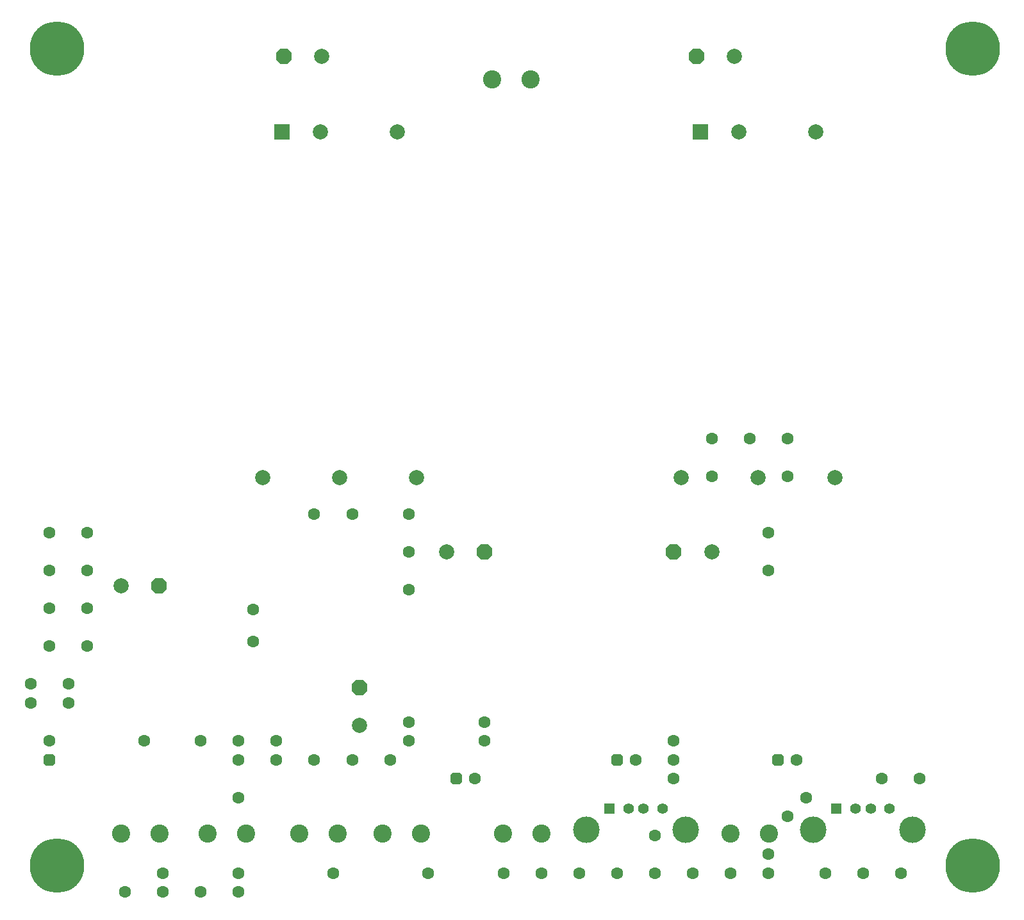
<source format=gbr>
%TF.GenerationSoftware,Altium Limited,Altium Designer,22.4.2 (48)*%
G04 Layer_Color=16711935*
%FSLAX45Y45*%
%MOMM*%
%TF.SameCoordinates,33709DFB-A149-439E-BA6C-A4EA3245395A*%
%TF.FilePolarity,Negative*%
%TF.FileFunction,Soldermask,Bot*%
%TF.Part,Single*%
G01*
G75*
%TA.AperFunction,ComponentPad*%
%ADD24C,3.50000*%
%ADD25R,1.42000X1.42000*%
%ADD26C,1.42000*%
G04:AMPARAMS|DCode=41|XSize=1.6032mm|YSize=1.6032mm|CornerRadius=0mm|HoleSize=0mm|Usage=FLASHONLY|Rotation=0.000|XOffset=0mm|YOffset=0mm|HoleType=Round|Shape=Octagon|*
%AMOCTAGOND41*
4,1,8,0.80160,-0.40080,0.80160,0.40080,0.40080,0.80160,-0.40080,0.80160,-0.80160,0.40080,-0.80160,-0.40080,-0.40080,-0.80160,0.40080,-0.80160,0.80160,-0.40080,0.0*
%
%ADD41OCTAGOND41*%

%ADD42C,1.60320*%
%ADD43C,2.40320*%
G04:AMPARAMS|DCode=44|XSize=2.0032mm|YSize=2.0032mm|CornerRadius=0mm|HoleSize=0mm|Usage=FLASHONLY|Rotation=180.000|XOffset=0mm|YOffset=0mm|HoleType=Round|Shape=Octagon|*
%AMOCTAGOND44*
4,1,8,-1.00160,0.50080,-1.00160,-0.50080,-0.50080,-1.00160,0.50080,-1.00160,1.00160,-0.50080,1.00160,0.50080,0.50080,1.00160,-0.50080,1.00160,-1.00160,0.50080,0.0*
%
%ADD44OCTAGOND44*%

%ADD45C,2.00320*%
%TA.AperFunction,ViaPad*%
%ADD46C,7.20320*%
%TA.AperFunction,ComponentPad*%
G04:AMPARAMS|DCode=47|XSize=1.6032mm|YSize=1.6032mm|CornerRadius=0mm|HoleSize=0mm|Usage=FLASHONLY|Rotation=90.000|XOffset=0mm|YOffset=0mm|HoleType=Round|Shape=Octagon|*
%AMOCTAGOND47*
4,1,8,0.40080,0.80160,-0.40080,0.80160,-0.80160,0.40080,-0.80160,-0.40080,-0.40080,-0.80160,0.40080,-0.80160,0.80160,-0.40080,0.80160,0.40080,0.40080,0.80160,0.0*
%
%ADD47OCTAGOND47*%

G04:AMPARAMS|DCode=48|XSize=2.0032mm|YSize=2.0032mm|CornerRadius=0mm|HoleSize=0mm|Usage=FLASHONLY|Rotation=270.000|XOffset=0mm|YOffset=0mm|HoleType=Round|Shape=Octagon|*
%AMOCTAGOND48*
4,1,8,-0.50080,-1.00160,0.50080,-1.00160,1.00160,-0.50080,1.00160,0.50080,0.50080,1.00160,-0.50080,1.00160,-1.00160,0.50080,-1.00160,-0.50080,-0.50080,-1.00160,0.0*
%
%ADD48OCTAGOND48*%

%ADD49R,2.00320X2.00320*%
%TA.AperFunction,ViaPad*%
%ADD50C,1.60320*%
D24*
X10593000Y1078000D02*
D03*
X11907000D02*
D03*
X7593000D02*
D03*
X8907000D02*
D03*
D25*
X10900000Y1349000D02*
D03*
X7900000D02*
D03*
D26*
X11150000D02*
D03*
X11350000D02*
D03*
X11600000D02*
D03*
X8150000D02*
D03*
X8350000D02*
D03*
X8600000D02*
D03*
D41*
X10125000Y2000000D02*
D03*
X8000000D02*
D03*
X5875000Y1750000D02*
D03*
D42*
X10375000Y2000000D02*
D03*
X8250000D02*
D03*
X6125000Y1750000D02*
D03*
X500000Y2250000D02*
D03*
D43*
X10008000Y1021000D02*
D03*
X9500000D02*
D03*
X5408000D02*
D03*
X4900000D02*
D03*
X4308000D02*
D03*
X3800000D02*
D03*
X3100000D02*
D03*
X2592000D02*
D03*
X1954000D02*
D03*
X1446000D02*
D03*
X7004000D02*
D03*
X6496000D02*
D03*
X6346000Y11000000D02*
D03*
X6854000D02*
D03*
D44*
X6250000Y4750000D02*
D03*
X8750000D02*
D03*
X3600000Y11300000D02*
D03*
X9050000D02*
D03*
X1950000Y4300000D02*
D03*
D45*
X5750000Y4750000D02*
D03*
X9250000D02*
D03*
X4100000Y11300000D02*
D03*
X9550000D02*
D03*
X1450000Y4300000D02*
D03*
X4600000Y2450000D02*
D03*
X10878000Y5728000D02*
D03*
X9862000D02*
D03*
X8846000D02*
D03*
X10624000Y10300000D02*
D03*
X9608000D02*
D03*
X4084000D02*
D03*
X5100000D02*
D03*
X3322000Y5728000D02*
D03*
X4338000D02*
D03*
X5354000D02*
D03*
D46*
X600000Y600000D02*
D03*
Y11400000D02*
D03*
X12700000Y600000D02*
D03*
Y11400000D02*
D03*
D47*
X500000Y2000000D02*
D03*
D48*
X4600000Y2950000D02*
D03*
D49*
X9100000Y10300000D02*
D03*
X3576000D02*
D03*
D50*
X3192596Y3986251D02*
D03*
X3188476Y3560543D02*
D03*
X5000000Y2000000D02*
D03*
X4500000D02*
D03*
X4000000D02*
D03*
X7500000Y500000D02*
D03*
X8000000D02*
D03*
X5500000D02*
D03*
X500000Y5000000D02*
D03*
X1000000D02*
D03*
Y3500000D02*
D03*
Y4000000D02*
D03*
Y4500000D02*
D03*
X4500000Y5250000D02*
D03*
X4000000D02*
D03*
X1750000Y2250000D02*
D03*
X2500000D02*
D03*
X750000Y2750000D02*
D03*
X250000D02*
D03*
X2500000Y250000D02*
D03*
X3000000D02*
D03*
X1500000D02*
D03*
X2000000D02*
D03*
Y500000D02*
D03*
X4250000D02*
D03*
X3000000D02*
D03*
Y1500000D02*
D03*
Y2000000D02*
D03*
X3500000D02*
D03*
Y2250000D02*
D03*
X3000000D02*
D03*
X9250000Y6250000D02*
D03*
Y5750000D02*
D03*
X10250000D02*
D03*
Y6250000D02*
D03*
X9750000D02*
D03*
X5250000Y2500000D02*
D03*
X7000000Y500000D02*
D03*
X10000000Y5000000D02*
D03*
X500000Y3500000D02*
D03*
X10000000Y4500000D02*
D03*
X500000Y4000000D02*
D03*
X12000000Y1750000D02*
D03*
X11500000D02*
D03*
X250000Y3000000D02*
D03*
X8750000Y2250000D02*
D03*
X750000Y3000000D02*
D03*
X9500000Y500000D02*
D03*
X8750000Y2000000D02*
D03*
X5250000Y4750000D02*
D03*
X10000000Y750000D02*
D03*
X6250000Y2500000D02*
D03*
Y2250000D02*
D03*
X10000000Y500000D02*
D03*
X5250000Y2250000D02*
D03*
Y4250000D02*
D03*
Y5250000D02*
D03*
X11250000Y500000D02*
D03*
X8500000Y1000000D02*
D03*
X10250000Y1250000D02*
D03*
X10500000Y1500000D02*
D03*
X8500000Y500000D02*
D03*
X8750000Y1750000D02*
D03*
X6500000Y500000D02*
D03*
X10750000D02*
D03*
X9000000D02*
D03*
X11750000D02*
D03*
X500000Y4500000D02*
D03*
%TF.MD5,08f5adb9058f366dd391d1e9f070ce58*%
M02*

</source>
